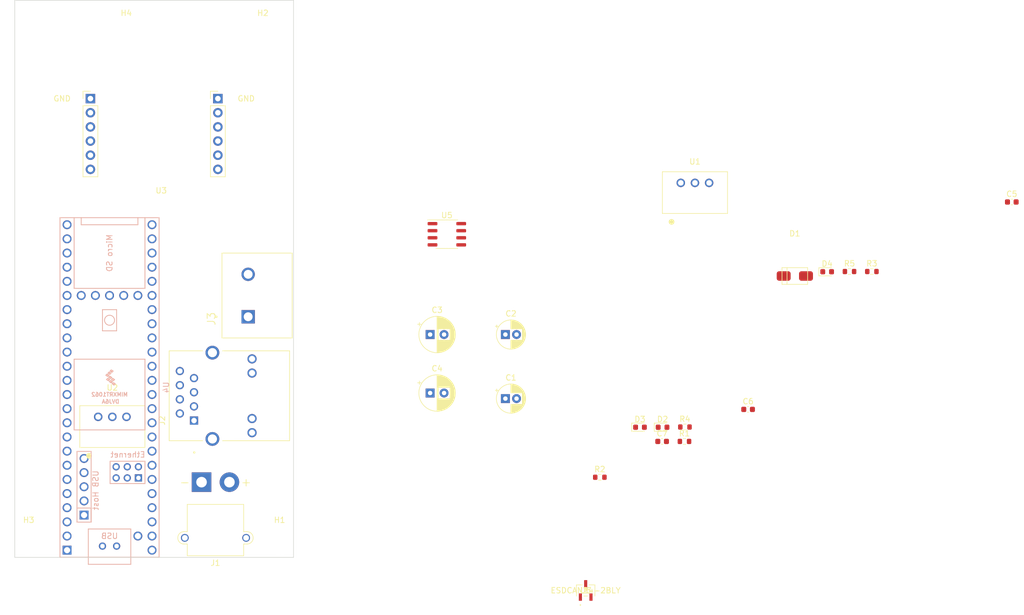
<source format=kicad_pcb>
(kicad_pcb (version 20211014) (generator pcbnew)
  (layers (0 "F.Cu" signal) (31 "B.Cu" signal) (34 "B.Paste" user) (35 "F.Paste" user) (36 "B.SilkS" user "B.Silkscreen") (37 "F.SilkS" user "F.Silkscreen") (38 "B.Mask" user) (39 "F.Mask" user) (44 "Edge.Cuts" user))
  (net 0 "")
  (net 1 "Net-(C1-Pad1)")
  (net 2 "GND")
  (net 3 "+5V")
  (net 4 "+3.3V")
  (net 5 "Net-(C6-Pad1)")
  (net 6 "Net-(D2-Pad2)")
  (net 7 "Net-(D3-Pad2)")
  (net 8 "Net-(D4-Pad2)")
  (net 9 "/Eth_tx+")
  (net 10 "/Eth_tx-")
  (net 11 "/Eth_rx+")
  (net 12 "/Eth_rx-")
  (net 13 "Net-(J3-Pad1)")
  (net 14 "Net-(J3-Pad2)")
  (net 19 "/CS")
  (net 20 "/MISO")
  (net 21 "/SCK")
  (net 29 "/Can_rx")
  (net 30 "/Can_tx")
  (net 67 "/MOSI")
  (net 69 "/Eth_led")
  (footprint "MountingHole:MountingHole_3.2mm_M3" (layer "F.Cu") (at 52.5 146.5)
    (fp_text reference "H3" (at 0 -4.2) (layer "F.SilkS"))
    (fp_text value "MountingHole")
    (pad "" np_thru_hole circle (at 0 0) (size 3.2 3.2) (drill 3.2) (layers *.Cu *.Mask))
  )
  (footprint "parrot_imu:Spark_fun_ICM-20498" (layer "F.Cu") (at 86.43 71.73)
    (fp_text reference "U3" (at -10.16 11.43 unlocked) (layer "F.SilkS"))
    (fp_text value "Spark_fun_ICM-20948")
    (fp_text user "GND" (at 5.08 -5.08 unlocked) (layer "F.SilkS"))
    (fp_text user "GND" (at -27.94 -5.08 unlocked) (layer "F.SilkS"))
    (pad "1" thru_hole rect (at 0 -5.08) (size 1.7 1.7) (drill 1) (layers *.Mask "F.Cu" "In1.Cu" "B.Cu") (net 2 "GND"))
    (pad "2" thru_hole oval (at 0 -2.54) (size 1.7 1.7) (drill 1) (layers *.Mask "F.Cu" "In1.Cu" "B.Cu"))
    (pad "3" thru_hole oval (at 0 0) (size 1.7 1.7) (drill 1) (layers *.Mask "F.Cu" "In1.Cu" "B.Cu"))
    (pad "4" thru_hole oval (at 0 2.54) (size 1.7 1.7) (drill 1) (layers *.Mask "F.Cu" "In1.Cu" "B.Cu"))
    (pad "5" thru_hole oval (at 0 5.08) (size 1.7 1.7) (drill 1) (layers *.Mask "F.Cu" "In1.Cu" "B.Cu"))
    (pad "6" thru_hole oval (at 0 7.62) (size 1.7 1.7) (drill 1) (layers *.Mask "F.Cu" "In1.Cu" "B.Cu") (net 4 "+3.3V"))
    (pad "7" thru_hole oval (at -22.86 7.62) (size 1.7 1.7) (drill 1) (layers *.Cu *.Mask) (net 19 "/CS"))
    (pad "8" thru_hole oval (at -22.86 5.08) (size 1.7 1.7) (drill 1) (layers *.Cu *.Mask) (net 20 "/MISO"))
    (pad "9" thru_hole oval (at -22.86 2.54) (size 1.7 1.7) (drill 1) (layers *.Cu *.Mask) (net 21 "/SCK"))
    (pad "10" thru_hole oval (at -22.86 0) (size 1.7 1.7) (drill 1) (layers *.Cu *.Mask) (net 67 "/MOSI"))
    (pad "11" thru_hole oval (at -22.86 -2.54) (size 1.7 1.7) (drill 1) (layers *.Cu *.Mask) (net 4 "+3.3V"))
    (pad "12" thru_hole rect (at -22.86 -5.08) (size 1.7 1.7) (drill 1) (layers *.Cu *.Mask) (net 2 "GND"))
  )
  (footprint "Resistor_SMD:R_0603_1608Metric" (layer "F.Cu") (at 203.730225 97.69)
    (fp_text reference "R3" (at 0 -1.43) (layer "F.SilkS"))
    (fp_text value "1k")
    (pad "1" smd roundrect (at -0.825 0) (size 0.8 0.95) (layers "F.Cu" "F.Paste" "F.Mask") (net 3 "+5V"))
    (pad "2" smd roundrect (at 0.825 0) (size 0.8 0.95) (layers "F.Cu" "F.Paste" "F.Mask") (net 8 "Net-(D4-Pad2)"))
  )
  (footprint "magjack:BEL_SI-60062-F" (layer "F.Cu") (at 88.5 120 90)
    (fp_text reference "J2" (at -4.445 -12.065 90) (layer "F.SilkS"))
    (fp_text value "SI-60062-F")
    (pad "" np_thru_hole circle locked (at -5.715 0 90) (size 3.25 3.25) (drill 3.25) (layers *.Cu *.Mask))
    (pad "" np_thru_hole circle locked (at 5.715 0 90) (size 3.25 3.25) (drill 3.25) (layers *.Cu *.Mask))
    (pad "1" thru_hole rect locked (at -4.445 -6.35 90) (size 1.478 1.478) (drill 0.97) (layers *.Cu *.Mask) (net 9 "/Eth_tx+"))
    (pad "2" thru_hole circle locked (at -3.175 -8.89 90) (size 1.478 1.478) (drill 0.97) (layers *.Cu *.Mask) (net 5 "Net-(C6-Pad1)"))
    (pad "3" thru_hole circle locked (at -1.905 -6.35 90) (size 1.478 1.478) (drill 0.97) (layers *.Cu *.Mask) (net 10 "/Eth_tx-"))
    (pad "4" thru_hole circle locked (at -0.635 -8.89 90) (size 1.478 1.478) (drill 0.97) (layers *.Cu *.Mask) (net 11 "/Eth_rx+"))
    (pad "5" thru_hole circle locked (at 0.635 -6.35 90) (size 1.478 1.478) (drill 0.97) (layers *.Cu *.Mask) (net 2 "GND"))
    (pad "6" thru_hole circle locked (at 1.905 -8.89 90) (size 1.478 1.478) (drill 0.97) (layers *.Cu *.Mask) (net 12 "/Eth_rx-"))
    (pad "7" thru_hole circle locked (at 3.175 -6.35 90) (size 1.478 1.478) (drill 0.97) (layers *.Cu *.Mask))
    (pad "8" thru_hole circle locked (at 4.445 -8.89 90) (size 1.478 1.478) (drill 0.97) (layers *.Cu *.Mask) (net 2 "GND"))
    (pad "9" thru_hole circle locked (at -6.625 4.06 90) (size 1.65 1.65) (drill 1.1) (layers *.Cu *.Mask) (net 69 "/Eth_led"))
    (pad "10" thru_hole circle locked (at -4.085 4.06 90) (size 1.65 1.65) (drill 1.1) (layers *.Cu *.Mask) (net 2 "GND"))
    (pad "11" thru_hole circle locked (at 4.085 4.06 90) (size 1.65 1.65) (drill 1.1) (layers *.Cu *.Mask))
    (pad "12" thru_hole circle locked (at 6.625 4.06 90) (size 1.65 1.65) (drill 1.1) (layers *.Cu *.Mask))
    (pad "S1" thru_hole circle locked (at -7.745 -3.05 90) (size 2.475 2.475) (drill 1.65) (layers *.Cu *.Mask))
    (pad "S2" thru_hole circle locked (at 7.745 -3.05 90) (size 2.475 2.475) (drill 1.65) (layers *.Cu *.Mask))
  )
  (footprint "Connector_AMASS:AMASS_XT30PW-M_1x02_P2.50mm_Horizontal" (layer "F.Cu") (at 83.5 135.5 180)
    (fp_text reference "J1" (at -2.5 -14.5) (layer "F.SilkS"))
    (fp_text value "Conn_01x02_Male")
    (fp_text user "+" (at -8 0) (layer "F.SilkS") (effects (font (size 1.5 1.5))))
    (fp_text user "-" (at 3 0) (layer "F.SilkS") (effects (font (size 1.5 1.5))))
    (pad "" thru_hole circle (at 3 -10 180) (size 1.4 1.4) (drill 1) (layers *.Cu *.Mask))
    (pad "" thru_hole circle (at -8 -10 180) (size 1.4 1.4) (drill 1) (layers *.Cu *.Mask))
    (pad "1" thru_hole rect (at 0 0 180) (size 3.5 3.5) (drill 1.9) (layers *.Cu *.Mask) (net 2 "GND"))
    (pad "2" thru_hole circle (at -5 0 180) (size 3.5 3.5) (drill 1.9) (layers *.Cu *.Mask) (net 1 "Net-(C1-Pad1)"))
  )
  (footprint "parrot_imu:ESDCAN24-2BLY" (layer "F.Cu") (at 152.4 154.94)
    (fp_text reference "U6" (at 0 0) (layer "F.SilkS"))
    (fp_text value "ESDCAN24-2BLY" (at 0 0) (layer "F.SilkS"))
    (fp_text user "*" (at 0 0) (layer "F.SilkS"))
    (pad "1" smd rect (at -0.94996 1.1938) (size 0.5588 1.3208) (layers "F.Cu" "F.Paste" "F.Mask") (net 13 "Net-(J3-Pad1)"))
    (pad "2" smd rect (at 0.94996 1.1938) (size 0.5588 1.3208) (layers "F.Cu" "F.Paste" "F.Mask") (net 14 "Net-(J3-Pad2)"))
    (pad "3" smd rect (at 0 -1.1938) (size 0.5588 1.3208) (layers "F.Cu" "F.Paste" "F.Mask") (net 2 "GND"))
  )
  (footprint "LED_SMD:LED_0603_1608Metric" (layer "F.Cu") (at 166.190225 125.64)
    (fp_text reference "D2" (at 0 -1.43) (layer "F.SilkS"))
    (fp_text value "LED")
    (pad "1" smd roundrect (at -0.7875 0) (size 0.875 0.95) (layers "F.Cu" "F.Paste" "F.Mask") (net 2 "GND"))
    (pad "2" smd roundrect (at 0.7875 0) (size 0.875 0.95) (layers "F.Cu" "F.Paste" "F.Mask") (net 6 "Net-(D2-Pad2)"))
  )
  (footprint "Resistor_SMD:R_0603_1608Metric" (layer "F.Cu") (at 170.200225 125.6)
    (fp_text reference "R4" (at 0 -1.43) (layer "F.SilkS"))
    (fp_text value "60")
    (pad "1" smd roundrect (at -0.825 0) (size 0.8 0.95) (layers "F.Cu" "F.Paste" "F.Mask") (net 13 "Net-(J3-Pad1)"))
    (pad "2" smd roundrect (at 0.825 0) (size 0.8 0.95) (layers "F.Cu" "F.Paste" "F.Mask") (net 2 "GND"))
  )
  (footprint "parrot_imu:SMAJ24AQ-13-F" (layer "F.Cu") (at 189.915225 98.495)
    (fp_text reference "D1" (at 0 -7.62 unlocked) (layer "F.SilkS"))
    (fp_text value "SMAJ24AQ-13-F")
    (pad "1" smd roundrect (at -2 0) (size 2.5 1.7) (layers "F.Cu" "F.Paste" "F.Mask") (net 1 "Net-(C1-Pad1)"))
    (pad "2" smd roundrect (at 2 0) (size 2.5 1.7) (layers "F.Cu" "F.Paste" "F.Mask") (net 2 "GND"))
  )
  (footprint "MountingHole:MountingHole_3.2mm_M3" (layer "F.Cu") (at 97.5 146.5)
    (fp_text reference "H1" (at 0 -4.2) (layer "F.SilkS"))
    (fp_text value "MountingHole")
    (pad "" np_thru_hole circle (at 0 0) (size 3.2 3.2) (drill 3.2) (layers *.Cu *.Mask))
  )
  (footprint "Capacitor_SMD:C_0603_1608Metric" (layer "F.Cu") (at 166.110225 128.19)
    (fp_text reference "C7" (at 0 -1.43) (layer "F.SilkS"))
    (fp_text value "0.1uF")
    (pad "1" smd roundrect (at -0.775 0) (size 0.9 0.95) (layers "F.Cu" "F.Paste" "F.Mask") (net 4 "+3.3V"))
    (pad "2" smd roundrect (at 0.775 0) (size 0.9 0.95) (layers "F.Cu" "F.Paste" "F.Mask") (net 2 "GND"))
  )
  (footprint "Capacitor_THT:CP_Radial_D6.3mm_P2.50mm" (layer "F.Cu") (at 124.5 109)
    (fp_text reference "C3" (at 1.25 -4.4) (layer "F.SilkS"))
    (fp_text value "47uF")
    (pad "1" thru_hole rect (at 0 0) (size 1.6 1.6) (drill 0.8) (layers *.Cu *.Mask) (net 3 "+5V"))
    (pad "2" thru_hole circle (at 2.5 0) (size 1.6 1.6) (drill 0.8) (layers *.Cu *.Mask) (net 2 "GND"))
  )
  (footprint "MountingHole:MountingHole_3.2mm_M3" (layer "F.Cu") (at 70 55.5)
    (fp_text reference "H4" (at 0 -4.2) (layer "F.SilkS"))
    (fp_text value "MountingHole")
    (pad "" np_thru_hole circle (at 0 0) (size 3.2 3.2) (drill 3.2) (layers *.Cu *.Mask))
  )
  (footprint "Capacitor_SMD:C_0603_1608Metric" (layer "F.Cu") (at 181.530225 122.44)
    (fp_text reference "C6" (at 0 -1.43) (layer "F.SilkS"))
    (fp_text value "0.1uF")
    (pad "1" smd roundrect (at -0.775 0) (size 0.9 0.95) (layers "F.Cu" "F.Paste" "F.Mask") (net 5 "Net-(C6-Pad1)"))
    (pad "2" smd roundrect (at 0.775 0) (size 0.9 0.95) (layers "F.Cu" "F.Paste" "F.Mask") (net 2 "GND"))
  )
  (footprint "parrot_imu:VR10S05" (layer "F.Cu") (at 67.5 123.776393)
    (fp_text reference "U2" (at 0 -5.23 unlocked) (layer "F.SilkS"))
    (fp_text value "VR10S05")
    (pad "1" thru_hole circle (at -2.54 0) (size 1.524 1.524) (drill 1) (layers *.Cu *.Mask) (net 1 "Net-(C1-Pad1)"))
    (pad "2" thru_hole circle (at 0 0) (size 1.524 1.524) (drill 1) (layers *.Cu *.Mask) (net 2 "GND"))
    (pad "3" thru_hole circle (at 2.54 0) (size 1.524 1.524) (drill 1) (layers *.Cu *.Mask) (net 3 "+5V"))
  )
  (footprint "connector_parrot:CUI_TB005-762-02BE" (layer "F.Cu") (at 91.8625 105.81 90)
    (fp_text reference "J3" (at -0.365 -6.589 90) (layer "F.SilkS") (effects (font (size 1.4 1.4))))
    (fp_text value "TB005-762-02BE")
    (pad "1" thru_hole rect locked (at 0 0 90) (size 2.4 2.4) (drill 1.6) (layers *.Cu *.Mask) (net 13 "Net-(J3-Pad1)"))
    (pad "2" thru_hole circle locked (at 7.62 0 90) (size 2.4 2.4) (drill 1.6) (layers *.Cu *.Mask) (net 14 "Net-(J3-Pad2)"))
  )
  (footprint "Capacitor_THT:CP_Radial_D5.0mm_P2.00mm" (layer "F.Cu") (at 138 109)
    (fp_text reference "C2" (at 1 -3.75) (layer "F.SilkS"))
    (fp_text value "22uF")
    (pad "1" thru_hole rect (at 0 0) (size 1.6 1.6) (drill 0.8) (layers *.Cu *.Mask) (net 1 "Net-(C1-Pad1)"))
    (pad "2" thru_hole circle (at 2 0) (size 1.6 1.6) (drill 0.8) (layers *.Cu *.Mask) (net 2 "GND"))
  )
  (footprint "Capacitor_THT:CP_Radial_D5.0mm_P2.00mm" (layer "F.Cu") (at 138 120.5)
    (fp_text reference "C1" (at 1 -3.75) (layer "F.SilkS"))
    (fp_text value "22uF")
    (pad "1" thru_hole rect (at 0 0) (size 1.6 1.6) (drill 0.8) (layers *.Cu *.Mask) (net 1 "Net-(C1-Pad1)"))
    (pad "2" thru_hole circle (at 2 0) (size 1.6 1.6) (drill 0.8) (layers *.Cu *.Mask) (net 2 "GND"))
  )
  (footprint "Package_SO:SO-8_3.9x4.9mm_P1.27mm" (layer "F.Cu") (at 127.5 91)
    (fp_text reference "U5" (at 0 -3.4) (layer "F.SilkS"))
    (fp_text value "TJA1441AT/0Z")
    (pad "1" smd roundrect (at -2.575 -1.905) (size 1.75 0.6) (layers "F.Cu" "F.Paste" "F.Mask") (net 30 "/Can_tx"))
    (pad "2" smd roundrect (at -2.575 -0.635) (size 1.75 0.6) (layers "F.Cu" "F.Paste" "F.Mask") (net 2 "GND"))
    (pad "3" smd roundrect (at -2.575 0.635) (size 1.75 0.6) (layers "F.Cu" "F.Paste" "F.Mask") (net 3 "+5V"))
    (pad "4" smd roundrect (at -2.575 1.905) (size 1.75 0.6) (layers "F.Cu" "F.Paste" "F.Mask") (net 29 "/Can_rx"))
    (pad "5" smd roundrect (at 2.575 1.905) (size 1.75 0.6) (layers "F.Cu" "F.Paste" "F.Mask") (net 4 "+3.3V"))
    (pad "6" smd roundrect (at 2.575 0.635) (size 1.75 0.6) (layers "F.Cu" "F.Paste" "F.Mask") (net 14 "Net-(J3-Pad2)"))
    (pad "7" smd roundrect (at 2.575 -0.635) (size 1.75 0.6) (layers "F.Cu" "F.Paste" "F.Mask") (net 13 "Net-(J3-Pad1)"))
    (pad "8" smd roundrect (at 2.575 -1.905) (size 1.75 0.6) (layers "F.Cu" "F.Paste" "F.Mask") (net 2 "GND"))
  )
  (footprint "Capacitor_THT:CP_Radial_D6.3mm_P2.50mm" (layer "F.Cu") (at 124.5 119.5)
    (fp_text reference "C4" (at 1.25 -4.4) (layer "F.SilkS"))
    (fp_text value "47uF")
    (pad "1" thru_hole rect (at 0 0) (size 1.6 1.6) (drill 0.8) (layers *.Cu *.Mask) (net 4 "+3.3V"))
    (pad "2" thru_hole circle (at 2.5 0) (size 1.6 1.6) (drill 0.8) (layers *.Cu *.Mask) (net 2 "GND"))
  )
  (footprint "Resistor_SMD:R_0603_1608Metric" (layer "F.Cu") (at 199.720225 97.69)
    (fp_text reference "R5" (at 0 -1.43) (layer "F.SilkS"))
    (fp_text value "60")
    (pad "1" smd roundrect (at -0.825 0) (size 0.8 0.95) (layers "F.Cu" "F.Paste" "F.Mask") (net 2 "GND"))
    (pad "2" smd roundrect (at 0.825 0) (size 0.8 0.95) (layers "F.Cu" "F.Paste" "F.Mask") (net 14 "Net-(J3-Pad2)"))
  )
  (footprint "Resistor_SMD:R_0603_1608Metric" (layer "F.Cu") (at 170.120225 128.19)
    (fp_text reference "R1" (at 0 -1.43) (layer "F.SilkS"))
    (fp_text value "10k")
    (pad "1" smd roundrect (at -0.825 0) (size 0.8 0.95) (layers "F.Cu" "F.Paste" "F.Mask") (net 1 "Net-(C1-Pad1)"))
    (pad "2" smd roundrect (at 0.825 0) (size 0.8 0.95) (layers "F.Cu" "F.Paste" "F.Mask") (net 6 "Net-(D2-Pad2)"))
  )
  (footprint "parrot_imu:TR05S3V3" (layer "F.Cu") (at 172 81.776393)
    (fp_text reference "U1" (at 0 -3.81 unlocked) (layer "F.SilkS"))
    (fp_text value "TR05S3V3")
    (pad "1" thru_hole circle (at -2.54 0) (size 1.524 1.524) (drill 1) (layers *.Cu *.Mask) (net 1 "Net-(C1-Pad1)"))
    (pad "2" thru_hole circle (at 0 0) (size 1.524 1.524) (drill 1) (layers *.Cu *.Mask) (net 2 "GND"))
    (pad "3" thru_hole circle (at 2.54 0) (size 1.524 1.524) (drill 1) (layers *.Cu *.Mask) (net 4 "+3.3V"))
  )
  (footprint "Resistor_SMD:R_0603_1608Metric" (layer "F.Cu") (at 154.94 134.62)
    (fp_text reference "R2" (at 0 -1.43) (layer "F.SilkS"))
    (fp_text value "1k")
    (pad "1" smd roundrect (at -0.825 0) (size 0.8 0.95) (layers "F.Cu" "F.Paste" "F.Mask") (net 4 "+3.3V"))
    (pad "2" smd roundrect (at 0.825 0) (size 0.8 0.95) (layers "F.Cu" "F.Paste" "F.Mask") (net 7 "Net-(D3-Pad2)"))
  )
  (footprint "MountingHole:MountingHole_3.2mm_M3" (layer "F.Cu") (at 94.5 55.5)
    (fp_text reference "H2" (at 0 -4.2) (layer "F.SilkS"))
    (fp_text value "MountingHole")
    (pad "" np_thru_hole circle (at 0 0) (size 3.2 3.2) (drill 3.2) (layers *.Cu *.Mask))
  )
  (footprint "Capacitor_SMD:C_0603_1608Metric" (layer "F.Cu") (at 228.830225 85.21)
    (fp_text reference "C5" (at 0 -1.43) (layer "F.SilkS"))
    (fp_text value "0.1uF")
    (pad "1" smd roundrect (at -0.775 0) (size 0.9 0.95) (layers "F.Cu" "F.Paste" "F.Mask") (net 3 "+5V"))
    (pad "2" smd roundrect (at 0.775 0) (size 0.9 0.95) (layers "F.Cu" "F.Paste" "F.Mask") (net 2 "GND"))
  )
  (footprint "LED_SMD:LED_0603_1608Metric" (layer "F.Cu") (at 195.710225 97.73)
    (fp_text reference "D4" (at 0 -1.43) (layer "F.SilkS"))
    (fp_text value "LED")
    (pad "1" smd roundrect (at -0.7875 0) (size 0.875 0.95) (layers "F.Cu" "F.Paste" "F.Mask") (net 2 "GND"))
    (pad "2" smd roundrect (at 0.7875 0) (size 0.875 0.95) (layers "F.Cu" "F.Paste" "F.Mask") (net 8 "Net-(D4-Pad2)"))
  )
  (footprint "LED_SMD:LED_0603_1608Metric" (layer "F.Cu") (at 162.140225 125.64)
    (fp_text reference "D3" (at 0 -1.43) (layer "F.SilkS"))
    (fp_text value "LED")
    (pad "1" smd roundrect (at -0.7875 0) (size 0.875 0.95) (layers "F.Cu" "F.Paste" "F.Mask") (net 2 "GND"))
    (pad "2" smd roundrect (at 0.7875 0) (size 0.875 0.95) (layers "F.Cu" "F.Paste" "F.Mask") (net 7 "Net-(D3-Pad2)"))
  )
  (footprint "teensy_footprint:Teensy41" (layer "B.Cu") (at 67 118.5 90)
    (fp_text reference "U4" (at 0 10.16 90) (layer "B.SilkS") (effects (justify mirror)))
    (fp_text value "Teensy4.1")
    (fp_text user "Micro SD" (at 24.13 0 90) (layer "B.SilkS") (effects (justify mirror)))
    (fp_text user "DVJ6A" (at -2.54 0.18) (layer "B.SilkS") (effects (font (size 0.7 0.7)) (justify mirror)))
    (fp_text user "Ethernet" (at -12.065 3.2766) (layer "B.SilkS") (effects (justify mirror)))
    (fp_text user "USB" (at -26.67 0) (layer "B.SilkS") (effects (justify mirror)))
    (fp_text user "MIMXRT1062" (at -1.27 0) (layer "B.SilkS") (effects (font (size 0.7 0.7)) (justify mirror)))
    (fp_text user "USB Host" (at -18.4658 -2.4892 90) (layer "B.SilkS") (effects (justify mirror)))
    (pad "1" thru_hole rect locked (at -29.21 -7.62 90) (size 1.6 1.6) (drill 1.1) (layers *.Cu *.Mask) (net 2 "GND"))
    (pad "2" thru_hole circle locked (at -26.67 -7.62 90) (size 1.6 1.6) (drill 1.1) (layers *.Cu *.Mask) (net 19 "/CS"))
    (pad "3" thru_hole circle locked (at -24.13 -7.62 90) (size 1.6 1.6) (drill 1.1) (layers *.Cu *.Mask) (net 20 "/MISO"))
    (pad "4" thru_hole circle locked (at -21.59 -7.62 90) (size 1.6 1.6) (drill 1.1) (layers *.Cu *.Mask))
    (pad "5" thru_hole circle locked (at -19.05 -7.62 90) (size 1.6 1.6) (drill 1.1) (layers *.Cu *.Mask))
    (pad "6" thru_hole circle locked (at -16.51 -7.62 90) (size 1.6 1.6) (drill 1.1) (layers *.Cu *.Mask))
    (pad "7" thru_hole circle locked (at -13.97 -7.62 90) (size 1.6 1.6) (drill 1.1) (layers *.Cu *.Mask))
    (pad "8" thru_hole circle locked (at -11.43 -7.62 90) (size 1.6 1.6) (drill 1.1) (layers *.Cu *.Mask))
    (pad "9" thru_hole circle locked (at -8.89 -7.62 90) (size 1.6 1.6) (drill 1.1) (layers *.Cu *.Mask))
    (pad "10" thru_hole circle locked (at -6.35 -7.62 90) (size 1.6 1.6) (drill 1.1) (layers *.Cu *.Mask))
    (pad "11" thru_hole circle locked (at -3.81 -7.62 90) (size 1.6 1.6) (drill 1.1) (layers *.Cu *.Mask))
    (pad "12" thru_hole circle locked (at -1.27 -7.62 90) (size 1.6 1.6) (drill 1.1) (layers *.Cu *.Mask))
    (pad "13" thru_hole circle locked (at 1.27 -7.62 90) (size 1.6 1.6) (drill 1.1) (layers *.Cu *.Mask))
    (pad "14" thru_hole circle locked (at 3.81 -7.62 90) (size 1.6 1.6) (drill 1.1) (layers *.Cu *.Mask))
    (pad "15" thru_hole circle locked (at 6.35 -7.62 90) (size 1.6 1.6) (drill 1.1) (layers *.Cu *.Mask))
    (pad "16" thru_hole circle locked (at 8.89 -7.62 90) (size 1.6 1.6) (drill 1.1) (layers *.Cu *.Mask))
    (pad "17" thru_hole circle locked (at 11.43 -7.62 90) (size 1.6 1.6) (drill 1.1) (layers *.Cu *.Mask))
    (pad "18" thru_hole circle locked (at 13.97 -7.62 90) (size 1.6 1.6) (drill 1.1) (layers *.Cu *.Mask) (net 67 "/MOSI"))
    (pad "19" thru_hole circle locked (at 16.51 -7.62 90) (size 1.6 1.6) (drill 1.1) (layers *.Cu *.Mask) (net 21 "/SCK"))
    (pad "20" thru_hole circle locked (at 19.05 -7.62 90) (size 1.6 1.6) (drill 1.1) (layers *.Cu *.Mask))
    (pad "21" thru_hole circle locked (at 21.59 -7.62 90) (size 1.6 1.6) (drill 1.1) (layers *.Cu *.Mask))
    (pad "22" thru_hole circle locked (at 24.13 -7.62 90) (size 1.6 1.6) (drill 1.1) (layers *.Cu *.Mask))
    (pad "23" thru_hole circle locked (at 26.67 -7.62 90) (size 1.6 1.6) (drill 1.1) (layers *.Cu *.Mask))
    (pad "24" thru_hole circle locked (at 29.21 -7.62 90) (size 1.6 1.6) (drill 1.1) (layers *.Cu *.Mask))
    (pad "25" thru_hole circle locked (at 29.21 7.62 90) (size 1.6 1.6) (drill 1.1) (layers *.Cu *.Mask))
    (pad "26" thru_hole circle locked (at 26.67 7.62 90) (size 1.6 1.6) (drill 1.1) (layers *.Cu *.Mask))
    (pad "27" thru_hole circle locked (at 24.13 7.62 90) (size 1.6 1.6) (drill 1.1) (layers *.Cu *.Mask))
    (pad "28" thru_hole circle locked (at 21.59 7.62 90) (size 1.6 1.6) (drill 1.1) (layers *.Cu *.Mask))
    (pad "29" thru_hole circle locked (at 19.05 7.62 90) (size 1.6 1.6) (drill 1.1) (layers *.Cu *.Mask))
    (pad "30" thru_hole circle locked (at 16.51 7.62 90) (size 1.6 1.6) (drill 1.1) (layers *.Cu *.Mask))
    (pad "31" thru_hole circle locked (at 13.97 7.62 90) (size 1.6 1.6) (drill 1.1) (layers *.Cu *.Mask))
    (pad "32" thru_hole circle locked (at 11.43 7.62 90) (size 1.6 1.6) (drill 1.1) (layers *.Cu *.Mask))
    (pad "33" thru_hole circle locked (at 8.89 7.62 90) (size 1.6 1.6) (drill 1.1) (layers *.Cu *.Mask))
    (pad "34" thru_hole circle locked (at 6.35 7.62 90) (size 1.6 1.6) (drill 1.1) (layers *.Cu *.Mask) (net 2 "GND"))
    (pad "35" thru_hole circle locked (at 3.81 7.62 90) (size 1.6 1.6) (drill 1.1) (layers *.Cu *.Mask))
    (pad "36" thru_hole circle locked (at 1.27 7.62 90) (size 1.6 1.6) (drill 1.1) (layers *.Cu *.Mask))
    (pad "37" thru_hole circle locked (at -1.27 7.62 90) (size 1.6 1.6) (drill 1.1) (layers *.Cu *.Mask))
    (pad "38" thru_hole circle locked (at -3.81 7.62 90) (size 1.6 1.6) (drill 1.1) (layers *.Cu *.Mask))
    (pad "39" thru_hole circle locked (at -6.35 7.62 90) (size 1.6 1.6) (drill 1.1) (layers *.Cu *.Mask))
    (pad "40" thru_hole circle locked (at -8.89 7.62 90) (size 1.6 1.6) (drill 1.1) (layers *.Cu *.Mask))
    (pad "41" thru_hole circle locked (at -11.43 7.62 90) (size 1.6 1.6) (drill 1.1) (layers *.Cu *.Mask))
    (pad "42" thru_hole circle locked (at -13.97 7.62 90) (size 1.6 1.6) (drill 1.1) (layers *.Cu *.Mask))
    (pad "43" thru_hole circle locked (at -16.51 7.62 90) (size 1.6 1.6) (drill 1.1) (layers *.Cu *.Mask))
    (pad "44" thru_hole circle locked (at -19.05 7.62 90) (size 1.6 1.6) (drill 1.1) (layers *.Cu *.Mask) (net 30 "/Can_tx"))
    (pad "45" thru_hole circle locked (at -21.59 7.62 90) (size 1.6 1.6) (drill 1.1) (layers *.Cu *.Mask) (net 29 "/Can_rx"))
    (pad "46" thru_hole circle locked (at -24.13 7.62 90) (size 1.6 1.6) (drill 1.1) (layers *.Cu *.Mask))
    (pad "47" thru_hole circle locked (at -26.67 7.62 90) (size 1.6 1.6) (drill 1.1) (layers *.Cu *.Mask) (net 2 "GND"))
    (pad "48" thru_hole circle locked (at -29.21 7.62 90) (size 1.6 1.6) (drill 1.1) (layers *.Cu *.Mask) (net 3 "+5V"))
    (pad "49" thru_hole circle locked (at -26.67 5.08 90) (size 1.6 1.6) (drill 1.1) (layers *.Cu *.Mask))
    (pad "50" thru_hole circle locked (at 16.51 -5.08 90) (size 1.6 1.6) (drill 1.1) (layers *.Cu *.Mask))
    (pad "51" thru_hole circle locked (at 16.51 -2.54 90) (size 1.6 1.6) (drill 1.1) (layers *.Cu *.Mask))
    (pad "52" thru_hole circle locked (at 16.51 0 90) (size 1.6 1.6) (drill 1.1) (layers *.Cu *.Mask))
    (pad "53" thru_hole circle locked (at 16.51 2.54 90) (size 1.6 1.6) (drill 1.1) (layers *.Cu *.Mask))
    (pad "54" thru_hole circle locked (at 16.51 5.08 90) (size 1.6 1.6) (drill 1.1) (layers *.Cu *.Mask))
    (pad "55" thru_hole rect locked (at -22.9108 -4.5692 90) (size 1.6 1.6) (drill 1.1) (layers *.Cu *.Mask))
    (pad "56" thru_hole circle locked (at -20.3708 -4.5692 90) (size 1.6 1.6) (drill 1.1) (layers *.Cu *.Mask))
    (pad "57" thru_hole circle locked (at -17.8308 -4.5692 90) (size 1.6 1.6) (drill 1.1) (layers *.Cu *.Mask))
    (pad "58" thru_hole circle locked (at -15.2908 -4.5692 90) (size 1.6 1.6) (drill 1.1) (layers *.Cu *.Mask))
    (pad "59" thru_hole circle locked (at -12.7508 -4.5692 90) (size 1.6 1.6) (drill 1.1) (layers *.Cu *.Mask))
    (pad "60" thru_hole rect locked (at -16.24 5.1816 90) (size 1.3 1.3) (drill 0.8) (layers *.Cu *.Mask) (net 11 "/Eth_rx+"))
    (pad "61" thru_hole circle locked (at -16.24 3.1816 90) (size 1.3 1.3) (drill 0.8) (layers *.Cu *.Mask) (net 69 "/Eth_led"))
    (pad "62" thru_hole circle locked (at -16.24 1.1816 90) (size 1.3 1.3) (drill 0.8) (layers *.Cu *.Mask) (net 10 "/Eth_tx-"))
    (pad "63" thru_hole circle locked (at -14.24 1.1816 90) (size 1.3 1.3) (drill 0.8) (layers *.Cu *.Mask) (net 9 "/Eth_tx+"))
    (pad "64" thru_hole circle locked (at -14.24 3.1816 90) (size 1.3 1.3) (drill 0.8) (layers *.Cu *.Mask) (net 2 "GND"))
    (pad "65" thru_hole circle locked (at -14.24 5.1816 90) (size 1.3 1.3) (drill 0.8) (layers *.Cu *.Mask) (net 12 "/Eth_rx-"))
    (pad "66" thru_hole circle locked (at -28.48 1.27 90) (size 1.3 1.3) (drill 0.8) (layers *.Cu *.Mask))
    (pad "67" thru_hole circle locked (at -28.48 -1.27 90) (size 1.3 1.3) (drill 0.8) (layers *.Cu *.Mask))
  )
  (gr_line (start 100 149) (end 50 149) (layer "Edge.Cuts") (width 0.1))
  (gr_line (start 100 49) (end 100 149) (layer "Edge.Cuts") (width 0.1))
  (gr_line (start 50 49) (end 100 49) (layer "Edge.Cuts") (width 0.1))
  (gr_line (start 50 149) (end 50 49) (layer "Edge.Cuts") (width 0.1))
)
</source>
